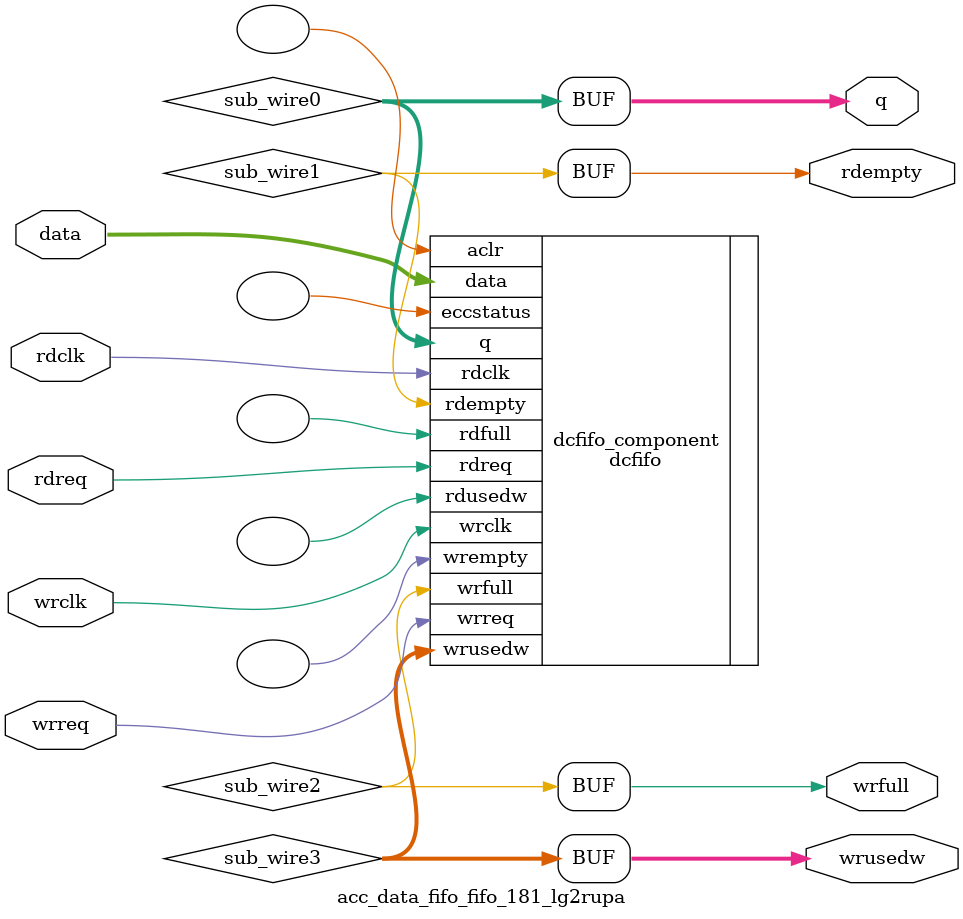
<source format=v>



`timescale 1 ps / 1 ps
// synopsys translate_on
module  acc_data_fifo_fifo_181_lg2rupa  (
    data,
    rdclk,
    rdreq,
    wrclk,
    wrreq,
    q,
    rdempty,
    wrfull,
    wrusedw);

    input  [511:0]  data;
    input    rdclk;
    input    rdreq;
    input    wrclk;
    input    wrreq;
    output [511:0]  q;
    output   rdempty;
    output   wrfull;
    output [8:0]  wrusedw;

    wire [511:0] sub_wire0;
    wire  sub_wire1;
    wire  sub_wire2;
    wire [8:0] sub_wire3;
    wire [511:0] q = sub_wire0[511:0];
    wire  rdempty = sub_wire1;
    wire  wrfull = sub_wire2;
    wire [8:0] wrusedw = sub_wire3[8:0];

    dcfifo  dcfifo_component (
                .data (data),
                .rdclk (rdclk),
                .rdreq (rdreq),
                .wrclk (wrclk),
                .wrreq (wrreq),
                .q (sub_wire0),
                .rdempty (sub_wire1),
                .wrfull (sub_wire2),
                .wrusedw (sub_wire3),
                .aclr (),
                .eccstatus (),
                .rdfull (),
                .rdusedw (),
                .wrempty ());
    defparam
        dcfifo_component.enable_ecc  = "FALSE",
        dcfifo_component.intended_device_family  = "Arria 10",
        dcfifo_component.lpm_hint  = "DISABLE_DCFIFO_EMBEDDED_TIMING_CONSTRAINT=TRUE",
        dcfifo_component.lpm_numwords  = 512,
        dcfifo_component.lpm_showahead  = "ON",
        dcfifo_component.lpm_type  = "dcfifo",
        dcfifo_component.lpm_width  = 512,
        dcfifo_component.lpm_widthu  = 9,
        dcfifo_component.overflow_checking  = "ON",
        dcfifo_component.rdsync_delaypipe  = 4,
        dcfifo_component.underflow_checking  = "ON",
        dcfifo_component.use_eab  = "ON",
        dcfifo_component.wrsync_delaypipe  = 4;


endmodule



</source>
